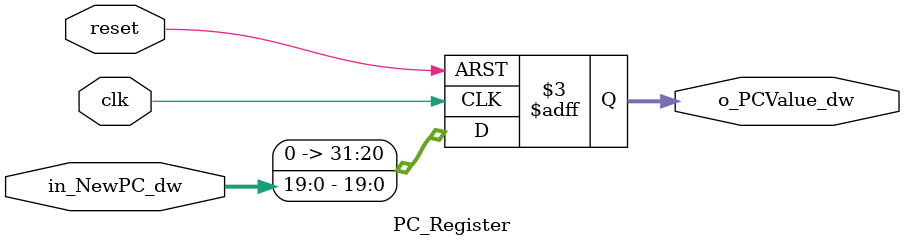
<source format=v>
/******************************************************************
* Description
*	This is a register of 32-bit that corresponds to the PC counter. 
*	This register does not have an enable signal.
* Version:
*	1.0
* Authos:
*	Mariana Chávez Medina
*	Darío Arias Muñoz
* Date:
*	08/04/2020
******************************************************************/

module PC_Register
#(
	parameter N=32
)
(
	input clk,
	input reset,
	input  [N-1:0] in_NewPC_dw,
	
	
	output reg [N-1:0] o_PCValue_dw
);

always@(negedge reset or negedge clk) begin
	if(reset == 0)
		o_PCValue_dw <= 0;
	else	
		o_PCValue_dw <= {12'h 0, in_NewPC_dw[19 : 0]};
end

endmodule
//pcreg//
</source>
